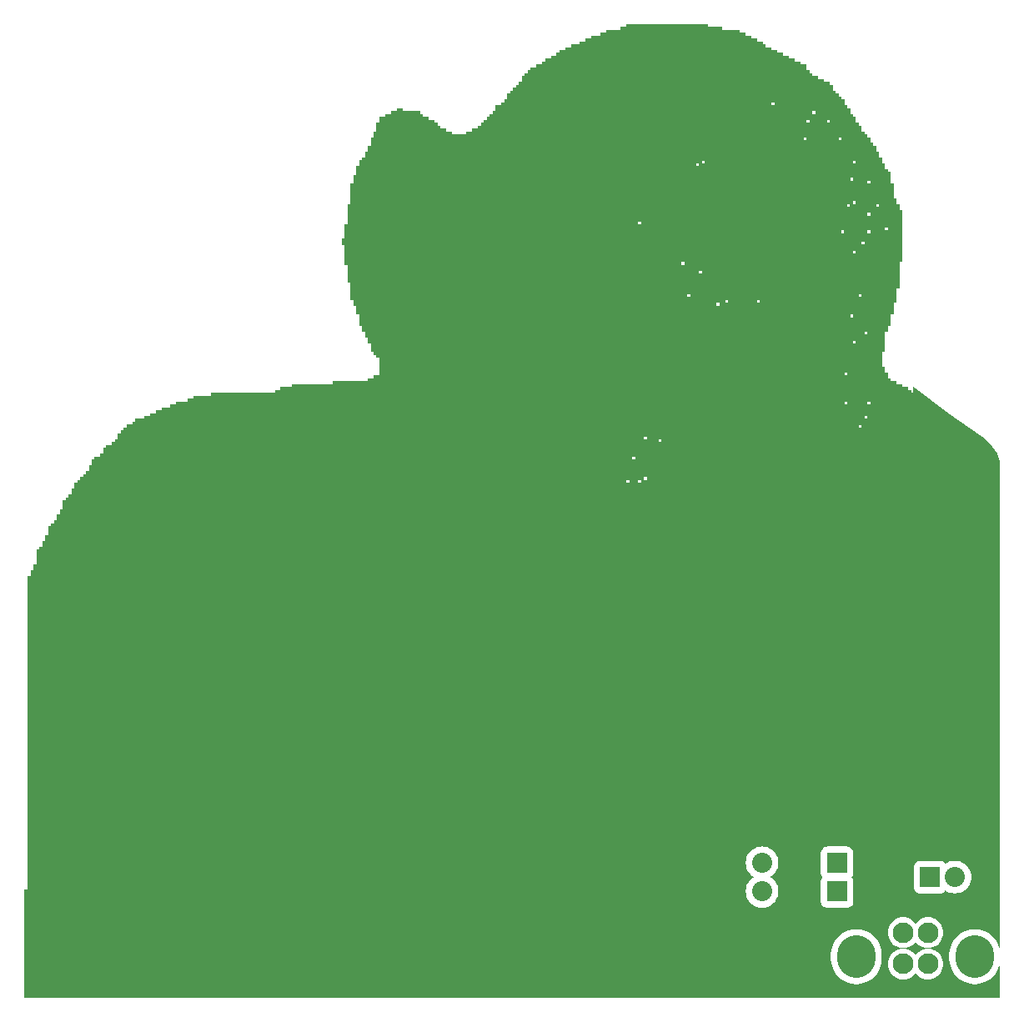
<source format=gtl>
G04 start of page 2 for group 3 layer_idx 0 *
G04 Title: (unknown), top_copper *
G04 Creator: pcb-rnd 3.1.5-dev *
G04 CreationDate: 2024-03-26 08:12:32 UTC *
G04 For: STEM4ukraine *
G04 Format: Gerber/RS-274X *
G04 PCB-Dimensions: 393701 393701 *
G04 PCB-Coordinate-Origin: lower left *
%MOIN*%
%FSLAX25Y25*%
%LNTOP_COPPER_NONE_3*%
%ADD17C,0.0394*%
%ADD16C,0.0374*%
%ADD15C,0.1220*%
%ADD14C,0.0800*%
%ADD13C,0.1535*%
%ADD12C,0.0827*%
%ADD11C,0.0001*%
G54D11*G36*
X372047Y235236D02*X384843Y226378D01*
X387795Y223425D01*
X390748Y219488D01*
X391732Y216535D01*
Y21752D01*
X391599Y22308D01*
X390986Y23788D01*
X390149Y25154D01*
X389108Y26372D01*
X387890Y27412D01*
X386524Y28249D01*
X385044Y28862D01*
X383487Y29236D01*
X381890Y29362D01*
X380293Y29236D01*
X378735Y28862D01*
X377255Y28249D01*
X375889Y27412D01*
X374671Y26372D01*
X373631Y25154D01*
X372794Y23788D01*
X372181Y22308D01*
X371807Y20751D01*
X371713Y19154D01*
Y17579D01*
X371807Y15982D01*
X372181Y14424D01*
X372794Y12944D01*
X373631Y11578D01*
X374671Y10360D01*
X375889Y9320D01*
X377255Y8483D01*
X378735Y7870D01*
X380293Y7496D01*
X381890Y7370D01*
X383487Y7496D01*
X385044Y7870D01*
X386524Y8483D01*
X387890Y9320D01*
X389108Y10360D01*
X390149Y11578D01*
X390986Y12944D01*
X391599Y14424D01*
X391732Y14981D01*
Y1969D01*
X358180D01*
Y11720D01*
X358189Y11731D01*
X358760Y11063D01*
X359494Y10436D01*
X360317Y9931D01*
X361209Y9562D01*
X362148Y9336D01*
X363110Y9261D01*
X364073Y9336D01*
X365012Y9562D01*
X365904Y9931D01*
X366727Y10436D01*
X367461Y11063D01*
X368088Y11797D01*
X368592Y12620D01*
X368962Y13512D01*
X369187Y14451D01*
X369244Y15413D01*
X369187Y16376D01*
X368962Y17315D01*
X368592Y18207D01*
X368088Y19030D01*
X367461Y19764D01*
X366727Y20391D01*
X365904Y20896D01*
X365012Y21265D01*
X364073Y21490D01*
X363110Y21566D01*
X362148Y21490D01*
X361209Y21265D01*
X360317Y20896D01*
X359494Y20391D01*
X358760Y19764D01*
X358189Y19096D01*
X358180Y19107D01*
Y24318D01*
X358189Y24329D01*
X358760Y23661D01*
X359494Y23034D01*
X360317Y22530D01*
X361209Y22160D01*
X362148Y21935D01*
X363110Y21859D01*
X364073Y21935D01*
X365012Y22160D01*
X365904Y22530D01*
X366727Y23034D01*
X367461Y23661D01*
X368088Y24395D01*
X368592Y25219D01*
X368962Y26110D01*
X369187Y27049D01*
X369244Y28012D01*
X369187Y28974D01*
X368962Y29913D01*
X368592Y30805D01*
X368088Y31628D01*
X367461Y32362D01*
X366727Y32990D01*
X365904Y33494D01*
X365012Y33863D01*
X364073Y34089D01*
X363110Y34165D01*
X362148Y34089D01*
X361209Y33863D01*
X360317Y33494D01*
X359494Y32990D01*
X358760Y32362D01*
X358189Y31694D01*
X358180Y31705D01*
Y44483D01*
X358227Y44428D01*
X358526Y44172D01*
X358862Y43966D01*
X359225Y43816D01*
X359608Y43724D01*
X360000Y43693D01*
X360098Y43701D01*
X367902D01*
X368000Y43693D01*
X368392Y43724D01*
X368392Y43724D01*
X368775Y43816D01*
X369138Y43966D01*
X369474Y44172D01*
X369773Y44428D01*
X370029Y44727D01*
X370157Y44935D01*
X370168Y44926D01*
X371040Y44391D01*
X371985Y44000D01*
X372980Y43761D01*
X374000Y43681D01*
X375020Y43761D01*
X376015Y44000D01*
X376960Y44391D01*
X377832Y44926D01*
X378610Y45590D01*
X379275Y46368D01*
X379809Y47241D01*
X380201Y48186D01*
X380440Y49181D01*
X380500Y50201D01*
X380440Y51221D01*
X380201Y52216D01*
X379809Y53161D01*
X379275Y54033D01*
X378610Y54811D01*
X377832Y55476D01*
X376960Y56010D01*
X376015Y56402D01*
X375020Y56641D01*
X374000Y56721D01*
X372980Y56641D01*
X371985Y56402D01*
X371040Y56010D01*
X370168Y55476D01*
X370157Y55466D01*
X370029Y55675D01*
X369773Y55974D01*
X369474Y56230D01*
X369138Y56435D01*
X368775Y56586D01*
X368392Y56678D01*
X368000Y56708D01*
X367902Y56701D01*
X360098D01*
X360000Y56708D01*
X359608Y56678D01*
X359608Y56678D01*
X359225Y56586D01*
X358862Y56435D01*
X358526Y56230D01*
X358227Y55974D01*
X358180Y55919D01*
Y245406D01*
X372047Y235236D01*
G37*
G36*
X334646Y210630D02*X357283D01*
Y246063D01*
X358180Y245406D01*
Y55919D01*
X357971Y55675D01*
X357766Y55339D01*
X357615Y54976D01*
X357523Y54593D01*
X357492Y54201D01*
X357500Y54103D01*
Y46299D01*
X357492Y46201D01*
X357523Y45809D01*
X357523Y45808D01*
X357615Y45426D01*
X357766Y45062D01*
X357971Y44727D01*
X358180Y44483D01*
Y31705D01*
X357618Y32362D01*
X356884Y32990D01*
X356061Y33494D01*
X355169Y33863D01*
X354230Y34089D01*
X353268Y34165D01*
X352305Y34089D01*
X351366Y33863D01*
X350474Y33494D01*
X349651Y32990D01*
X348917Y32362D01*
X348290Y31628D01*
X347786Y30805D01*
X347416Y29913D01*
X347191Y28974D01*
X347115Y28012D01*
X347191Y27049D01*
X347416Y26110D01*
X347786Y25219D01*
X348290Y24395D01*
X348917Y23661D01*
X349651Y23034D01*
X350474Y22530D01*
X351366Y22160D01*
X352305Y21935D01*
X353268Y21859D01*
X354230Y21935D01*
X355169Y22160D01*
X356061Y22530D01*
X356884Y23034D01*
X357618Y23661D01*
X358180Y24318D01*
Y19107D01*
X357618Y19764D01*
X356884Y20391D01*
X356061Y20896D01*
X355169Y21265D01*
X354230Y21490D01*
X353268Y21566D01*
X352305Y21490D01*
X351366Y21265D01*
X350474Y20896D01*
X349651Y20391D01*
X348917Y19764D01*
X348290Y19030D01*
X347786Y18207D01*
X347416Y17315D01*
X347191Y16376D01*
X347115Y15413D01*
X347191Y14451D01*
X347416Y13512D01*
X347786Y12620D01*
X348290Y11797D01*
X348917Y11063D01*
X349651Y10436D01*
X350474Y9931D01*
X351366Y9562D01*
X352305Y9336D01*
X353268Y9261D01*
X354230Y9336D01*
X355169Y9562D01*
X356061Y9931D01*
X356884Y10436D01*
X357618Y11063D01*
X358180Y11720D01*
Y1969D01*
X334488D01*
Y7370D01*
X336085Y7496D01*
X337643Y7870D01*
X339123Y8483D01*
X340489Y9320D01*
X341707Y10360D01*
X342747Y11578D01*
X343584Y12944D01*
X344197Y14424D01*
X344571Y15982D01*
X344665Y17579D01*
Y19154D01*
X344571Y20751D01*
X344197Y22308D01*
X343584Y23788D01*
X342747Y25154D01*
X341707Y26372D01*
X340489Y27412D01*
X339123Y28249D01*
X337643Y28862D01*
X336085Y29236D01*
X334488Y29362D01*
Y210447D01*
X334646Y210630D01*
G37*
G36*
X327270Y10360D02*X328488Y9320D01*
X329854Y8483D01*
X331334Y7870D01*
X332891Y7496D01*
X334488Y7370D01*
Y1969D01*
X326850D01*
Y10851D01*
X327270Y10360D01*
G37*
G36*
X334488Y210447D02*Y29362D01*
X332891Y29236D01*
X331334Y28862D01*
X329854Y28249D01*
X328488Y27412D01*
X327270Y26372D01*
X326850Y25881D01*
Y37988D01*
X330752D01*
X330850Y37980D01*
X331242Y38011D01*
X331243Y38011D01*
X331625Y38103D01*
X331989Y38254D01*
X332324Y38459D01*
X332624Y38715D01*
X332879Y39014D01*
X333085Y39350D01*
X333235Y39713D01*
X333327Y40096D01*
X333358Y40488D01*
X333350Y40586D01*
Y48390D01*
X333358Y48488D01*
X333327Y48880D01*
X333327Y48880D01*
X333235Y49263D01*
X333085Y49627D01*
X332879Y49962D01*
X332679Y50197D01*
X332879Y50432D01*
X333085Y50767D01*
X333235Y51131D01*
X333327Y51513D01*
X333358Y51906D01*
X333350Y52004D01*
Y59808D01*
X333358Y59906D01*
X333327Y60298D01*
X333327Y60298D01*
X333235Y60680D01*
X333085Y61044D01*
X332879Y61380D01*
X332624Y61679D01*
X332324Y61934D01*
X331989Y62140D01*
X331625Y62290D01*
X331243Y62382D01*
X330850Y62413D01*
X330752Y62406D01*
X326850D01*
Y201587D01*
X334488Y210447D01*
G37*
G36*
X326850Y201587D02*Y62406D01*
X322948D01*
X322850Y62413D01*
X322458Y62382D01*
X322458Y62382D01*
X322075Y62290D01*
X321712Y62140D01*
X321376Y61934D01*
X321077Y61679D01*
X320822Y61380D01*
X320616Y61044D01*
X320465Y60680D01*
X320374Y60298D01*
X320343Y59906D01*
X320350Y59808D01*
Y52003D01*
X320343Y51906D01*
X320374Y51513D01*
X320374Y51513D01*
X320465Y51131D01*
X320616Y50767D01*
X320822Y50432D01*
X321022Y50197D01*
X320822Y49962D01*
X320616Y49627D01*
X320465Y49263D01*
X320374Y48880D01*
X320343Y48488D01*
X320350Y48390D01*
Y40586D01*
X320343Y40488D01*
X320374Y40096D01*
X320374Y40096D01*
X320465Y39713D01*
X320616Y39350D01*
X320822Y39014D01*
X321077Y38715D01*
X321376Y38459D01*
X321712Y38254D01*
X322075Y38103D01*
X322458Y38011D01*
X322850Y37980D01*
X322948Y37988D01*
X326850D01*
Y25881D01*
X326229Y25154D01*
X325392Y23788D01*
X324779Y22308D01*
X324405Y20751D01*
X324311Y19154D01*
Y17579D01*
X324405Y15982D01*
X324779Y14424D01*
X325392Y12944D01*
X326229Y11578D01*
X326850Y10851D01*
Y1969D01*
X296840D01*
Y37969D01*
X296850Y37968D01*
X297870Y38048D01*
X298865Y38287D01*
X299810Y38679D01*
X300683Y39213D01*
X301461Y39878D01*
X302125Y40656D01*
X302660Y41528D01*
X303051Y42473D01*
X303290Y43468D01*
X303350Y44488D01*
X303290Y45508D01*
X303051Y46503D01*
X302660Y47448D01*
X302125Y48321D01*
X301461Y49099D01*
X300683Y49763D01*
X299975Y50197D01*
X300683Y50631D01*
X301461Y51295D01*
X302125Y52073D01*
X302660Y52945D01*
X303051Y53891D01*
X303290Y54886D01*
X303350Y55906D01*
X303290Y56925D01*
X303051Y57920D01*
X302660Y58866D01*
X302125Y59738D01*
X301461Y60516D01*
X300683Y61180D01*
X299810Y61715D01*
X298865Y62106D01*
X297870Y62345D01*
X296850Y62426D01*
X296840Y62425D01*
Y166776D01*
X326850Y201587D01*
G37*
G36*
X1969Y45276D02*X161417D01*
X208661Y92520D01*
Y55118D01*
X285433D01*
Y153543D01*
X296840Y166776D01*
Y62425D01*
X295830Y62345D01*
X294836Y62106D01*
X293890Y61715D01*
X293018Y61180D01*
X292240Y60516D01*
X291576Y59738D01*
X291041Y58866D01*
X290649Y57920D01*
X290411Y56925D01*
X290330Y55906D01*
X290411Y54886D01*
X290649Y53891D01*
X291041Y52945D01*
X291576Y52073D01*
X292240Y51295D01*
X293018Y50631D01*
X293726Y50197D01*
X293018Y49763D01*
X292240Y49099D01*
X291576Y48321D01*
X291041Y47448D01*
X290649Y46503D01*
X290411Y45508D01*
X290330Y44488D01*
X290411Y43468D01*
X290649Y42473D01*
X291041Y41528D01*
X291576Y40656D01*
X292240Y39878D01*
X293018Y39213D01*
X293890Y38679D01*
X294836Y38287D01*
X295830Y38048D01*
X296840Y37969D01*
Y1969D01*
X1969D01*
Y45276D01*
G37*
G36*
X275148Y391348D02*Y390148D01*
X242589D01*
Y391348D01*
X275148D01*
G37*
G36*
X280955Y390187D02*Y388986D01*
X240266D01*
Y390187D01*
X280955D01*
G37*
G36*
X292569Y386703D02*Y385502D01*
X228652D01*
Y386703D01*
X292569D01*
G37*
G36*
X287923Y389026D02*Y387825D01*
X234459D01*
Y389026D01*
X287923D01*
G37*
G36*
X290246Y387864D02*Y386663D01*
X232136D01*
Y387864D01*
X290246D01*
G37*
G36*
X294892Y385541D02*Y384341D01*
X226329D01*
Y385541D01*
X294892D01*
G37*
G36*
X297215Y384380D02*Y383179D01*
X224006D01*
Y384380D01*
X297215D01*
G37*
G36*
X298376Y383218D02*Y382018D01*
X220522D01*
Y383218D01*
X298376D01*
G37*
G36*
X300699Y382057D02*Y380856D01*
X218199D01*
Y382057D01*
X300699D01*
G37*
G36*
X303022Y380896D02*Y379695D01*
X215876D01*
Y380896D01*
X303022D01*
G37*
G36*
X305345Y379734D02*Y378533D01*
X214715D01*
Y379734D01*
X305345D01*
G37*
G36*
X307667Y378573D02*Y377372D01*
X212392D01*
Y378573D01*
X307667D01*
G37*
G36*
X309990Y377411D02*Y376211D01*
X210069D01*
Y377411D01*
X309990D01*
G37*
G36*
X312313Y376250D02*Y375049D01*
X208908D01*
Y376250D01*
X312313D01*
G37*
G36*
X314636Y375089D02*Y373888D01*
X206585D01*
Y375089D01*
X314636D01*
G37*
G36*
Y373927D02*Y372726D01*
X204262D01*
Y373927D01*
X314636D01*
G37*
G36*
X315797Y372766D02*Y371565D01*
X203100D01*
Y372766D01*
X315797D01*
G37*
G36*
X316959Y371604D02*Y370404D01*
X201939D01*
Y371604D01*
X316959D01*
G37*
G36*
X319282Y370443D02*Y369242D01*
X200778D01*
Y370443D01*
X319282D01*
G37*
G36*
X321604Y369282D02*Y368081D01*
X200778D01*
Y369282D01*
X321604D01*
G37*
G36*
X323927Y368120D02*Y366919D01*
X199616D01*
Y368120D01*
X323927D01*
G37*
G36*
X325089Y366959D02*Y365758D01*
X198455D01*
Y366959D01*
X325089D01*
G37*
G36*
Y365797D02*Y364596D01*
X197293D01*
Y365797D01*
X325089D01*
G37*
G36*
X326250Y364636D02*Y363435D01*
X196132D01*
Y364636D01*
X326250D01*
G37*
G36*
X327412Y363474D02*Y362274D01*
X194971D01*
Y363474D01*
X327412D01*
G37*
G36*
X328573Y362313D02*Y361112D01*
X194971D01*
Y362313D01*
X328573D01*
G37*
G36*
X329734Y361152D02*Y359951D01*
X193809D01*
Y361152D01*
X329734D01*
G37*
G36*
X300699Y359990D02*Y358789D01*
X192648D01*
Y359990D01*
X300699D01*
G37*
G36*
X329734D02*Y358789D01*
X301821D01*
Y359990D01*
X329734D01*
G37*
G36*
X330896Y358829D02*Y357628D01*
X190325D01*
Y358829D01*
X330896D01*
G37*
G36*
X332057Y357667D02*Y356467D01*
X190325D01*
Y357667D01*
X332057D01*
G37*
G36*
X316959Y356506D02*Y355305D01*
X189163D01*
Y356506D01*
X316959D01*
G37*
G36*
X333219Y355344D02*Y354144D01*
X188002D01*
Y355344D01*
X333219D01*
G37*
G36*
X332057Y356506D02*Y355305D01*
X318081D01*
Y356506D01*
X332057D01*
G37*
G36*
X334380Y354183D02*Y352982D01*
X186841D01*
Y354183D01*
X334380D01*
G37*
G36*
X314636Y353022D02*Y351821D01*
X185679D01*
Y353022D01*
X314636D01*
G37*
G36*
X322766D02*Y351821D01*
X315758D01*
Y353022D01*
X322766D01*
G37*
G36*
X334380D02*Y351821D01*
X323888D01*
Y353022D01*
X334380D01*
G37*
G36*
X335542Y351860D02*Y350659D01*
X184518D01*
Y351860D01*
X335542D01*
G37*
G36*
X336703Y350699D02*Y349498D01*
X183356D01*
Y350699D01*
X336703D01*
G37*
G36*
Y349537D02*Y348337D01*
X181034D01*
Y349537D01*
X336703D01*
G37*
G36*
X339026Y347215D02*Y346014D01*
X141545D01*
Y347215D01*
X339026D01*
G37*
G36*
X313475Y346053D02*Y344852D01*
X140384D01*
Y346053D01*
X313475D01*
G37*
G36*
X327412D02*Y344852D01*
X314597D01*
Y346053D01*
X327412D01*
G37*
G36*
X337864Y348376D02*Y347175D01*
X178711D01*
Y348376D01*
X337864D01*
G37*
G36*
X340187Y346053D02*Y344852D01*
X328534D01*
Y346053D01*
X340187D01*
G37*
G36*
Y344892D02*Y343691D01*
X140384D01*
Y344892D01*
X340187D01*
G37*
G36*
X341349Y343730D02*Y342530D01*
X140384D01*
Y343730D01*
X341349D01*
G37*
G36*
X342510Y342569D02*Y341368D01*
X139223D01*
Y342569D01*
X342510D01*
G37*
G36*
Y341407D02*Y340207D01*
X139223D01*
Y341407D01*
X342510D01*
G37*
G36*
X343671Y340246D02*Y339045D01*
X138061D01*
Y340246D01*
X343671D01*
G37*
G36*
Y339085D02*Y337884D01*
X138061D01*
Y339085D01*
X343671D01*
G37*
G36*
X272825Y336762D02*Y335561D01*
X135738D01*
Y336762D01*
X272825D01*
G37*
G36*
X270502Y335600D02*Y334400D01*
X135738D01*
Y335600D01*
X270502D01*
G37*
G36*
X345994D02*Y334400D01*
X271624D01*
Y335600D01*
X345994D01*
G37*
G36*
X344833Y337923D02*Y336722D01*
X136900D01*
Y337923D01*
X344833D01*
G37*
G36*
X333219Y336762D02*Y335561D01*
X273947D01*
Y336762D01*
X333219D01*
G37*
G36*
X344833D02*Y335561D01*
X334341D01*
Y336762D01*
X344833D01*
G37*
G36*
X345994Y334439D02*Y333238D01*
X134577D01*
Y334439D01*
X345994D01*
G37*
G36*
X347156Y333278D02*Y332077D01*
X134577D01*
Y333278D01*
X347156D01*
G37*
G36*
X348317Y332116D02*Y330915D01*
X134577D01*
Y332116D01*
X348317D01*
G37*
G36*
Y330955D02*Y329754D01*
X133415D01*
Y330955D01*
X348317D01*
G37*
G36*
X332057Y329793D02*Y328593D01*
X133415D01*
Y329793D01*
X332057D01*
G37*
G36*
X339026Y328632D02*Y327431D01*
X133415D01*
Y328632D01*
X339026D01*
G37*
G36*
X348317Y329793D02*Y328593D01*
X333179D01*
Y329793D01*
X348317D01*
G37*
G36*
Y328632D02*Y327431D01*
X340148D01*
Y328632D01*
X348317D01*
G37*
G36*
X349479Y327470D02*Y326270D01*
X132254D01*
Y327470D01*
X349479D01*
G37*
G36*
Y326309D02*Y325108D01*
X132254D01*
Y326309D01*
X349479D01*
G37*
G36*
Y325148D02*Y323947D01*
X132254D01*
Y325148D01*
X349479D01*
G37*
G36*
Y323986D02*Y322785D01*
X132254D01*
Y323986D01*
X349479D01*
G37*
G36*
Y322825D02*Y321624D01*
X132254D01*
Y322825D01*
X349479D01*
G37*
G36*
X350640Y321663D02*Y320463D01*
X132254D01*
Y321663D01*
X350640D01*
G37*
G36*
X333219Y320502D02*Y319301D01*
X132254D01*
Y320502D01*
X333219D01*
G37*
G36*
X330896Y319341D02*Y318140D01*
X131093D01*
Y319341D01*
X330896D01*
G37*
G36*
X351801Y318179D02*Y316978D01*
X131093D01*
Y318179D01*
X351801D01*
G37*
G36*
X350640Y320502D02*Y319301D01*
X334341D01*
Y320502D01*
X350640D01*
G37*
G36*
X342510Y319341D02*Y318140D01*
X332018D01*
Y319341D01*
X342510D01*
G37*
G36*
X351801D02*Y318140D01*
X343632D01*
Y319341D01*
X351801D01*
G37*
G36*
X352963Y317018D02*Y315817D01*
X131093D01*
Y317018D01*
X352963D01*
G37*
G36*
X339026Y315856D02*Y314655D01*
X131093D01*
Y315856D01*
X339026D01*
G37*
G36*
X352963D02*Y314655D01*
X340148D01*
Y315856D01*
X352963D01*
G37*
G36*
Y314695D02*Y313494D01*
X131093D01*
Y314695D01*
X352963D01*
G37*
G36*
X247274Y312372D02*Y311171D01*
X131093D01*
Y312372D01*
X247274D01*
G37*
G36*
X345994Y310049D02*Y308848D01*
X129931D01*
Y310049D01*
X345994D01*
G37*
G36*
X352963D02*Y308848D01*
X347116D01*
Y310049D01*
X352963D01*
G37*
G36*
Y313533D02*Y312333D01*
X131093D01*
Y313533D01*
X352963D01*
G37*
G36*
Y312372D02*Y311171D01*
X248396D01*
Y312372D01*
X352963D01*
G37*
G36*
Y311211D02*Y310010D01*
X129931D01*
Y311211D01*
X352963D01*
G37*
G36*
X328573Y308888D02*Y307687D01*
X129931D01*
Y308888D01*
X328573D01*
G37*
G36*
X339026D02*Y307687D01*
X329695D01*
Y308888D01*
X339026D01*
G37*
G36*
X352963D02*Y307687D01*
X340148D01*
Y308888D01*
X352963D01*
G37*
G36*
Y307726D02*Y306526D01*
X129931D01*
Y307726D01*
X352963D01*
G37*
G36*
Y306565D02*Y305364D01*
X129931D01*
Y306565D01*
X352963D01*
G37*
G36*
Y305404D02*Y304203D01*
X128770D01*
Y305404D01*
X352963D01*
G37*
G36*
X336703Y304242D02*Y303041D01*
X128770D01*
Y304242D01*
X336703D01*
G37*
G36*
X352963D02*Y303041D01*
X337825D01*
Y304242D01*
X352963D01*
G37*
G36*
Y303081D02*Y301880D01*
X129931D01*
Y303081D01*
X352963D01*
G37*
G36*
Y301919D02*Y300718D01*
X129931D01*
Y301919D01*
X352963D01*
G37*
G36*
X333219Y300758D02*Y299557D01*
X129931D01*
Y300758D01*
X333219D01*
G37*
G36*
X352963D02*Y299557D01*
X334341D01*
Y300758D01*
X352963D01*
G37*
G36*
Y299596D02*Y298396D01*
X129931D01*
Y299596D01*
X352963D01*
G37*
G36*
Y298435D02*Y297234D01*
X129931D01*
Y298435D01*
X352963D01*
G37*
G36*
X264695Y296112D02*Y294911D01*
X129931D01*
Y296112D01*
X264695D01*
G37*
G36*
X351801Y294951D02*Y293750D01*
X131093D01*
Y294951D01*
X351801D01*
G37*
G36*
X352963Y297274D02*Y296073D01*
X129931D01*
Y297274D01*
X352963D01*
G37*
G36*
X351801Y296112D02*Y294911D01*
X265817D01*
Y296112D01*
X351801D01*
G37*
G36*
Y293789D02*Y292589D01*
X131093D01*
Y293789D01*
X351801D01*
G37*
G36*
X271664Y292628D02*Y291427D01*
X131093D01*
Y292628D01*
X271664D01*
G37*
G36*
X351801D02*Y291427D01*
X272786D01*
Y292628D01*
X351801D01*
G37*
G36*
Y291467D02*Y290266D01*
X131093D01*
Y291467D01*
X351801D01*
G37*
G36*
Y290305D02*Y289104D01*
X131093D01*
Y290305D01*
X351801D01*
G37*
G36*
Y289144D02*Y287943D01*
X131093D01*
Y289144D01*
X351801D01*
G37*
G36*
Y287982D02*Y286781D01*
X132254D01*
Y287982D01*
X351801D01*
G37*
G36*
X350640Y285659D02*Y284459D01*
X132254D01*
Y285659D01*
X350640D01*
G37*
G36*
X267018Y283337D02*Y282136D01*
X132254D01*
Y283337D01*
X267018D01*
G37*
G36*
X351801Y286821D02*Y285620D01*
X132254D01*
Y286821D01*
X351801D01*
G37*
G36*
X350640Y284498D02*Y283297D01*
X132254D01*
Y284498D01*
X350640D01*
G37*
G36*
X335542Y283337D02*Y282136D01*
X268140D01*
Y283337D01*
X335542D01*
G37*
G36*
X350640D02*Y282136D01*
X336664D01*
Y283337D01*
X350640D01*
G37*
G36*
Y282175D02*Y280974D01*
X132254D01*
Y282175D01*
X350640D01*
G37*
G36*
X282116Y281014D02*Y279813D01*
X133415D01*
Y281014D01*
X282116D01*
G37*
G36*
X278632Y279852D02*Y278651D01*
X133415D01*
Y279852D01*
X278632D01*
G37*
G36*
X349479Y278691D02*Y277490D01*
X134577D01*
Y278691D01*
X349479D01*
G37*
G36*
Y277529D02*Y276329D01*
X134577D01*
Y277529D01*
X349479D01*
G37*
G36*
Y276368D02*Y275167D01*
X134577D01*
Y276368D01*
X349479D01*
G37*
G36*
X332057Y275207D02*Y274006D01*
X135738D01*
Y275207D01*
X332057D01*
G37*
G36*
X348317D02*Y274006D01*
X333179D01*
Y275207D01*
X348317D01*
G37*
G36*
Y274045D02*Y272844D01*
X135738D01*
Y274045D01*
X348317D01*
G37*
G36*
Y272884D02*Y271683D01*
X135738D01*
Y272884D01*
X348317D01*
G37*
G36*
Y271722D02*Y270522D01*
X135738D01*
Y271722D01*
X348317D01*
G37*
G36*
X347156Y270561D02*Y269360D01*
X136900D01*
Y270561D01*
X347156D01*
G37*
G36*
X337864Y268238D02*Y267037D01*
X138061D01*
Y268238D01*
X337864D01*
G37*
G36*
X345994Y267077D02*Y265876D01*
X138061D01*
Y267077D01*
X345994D01*
G37*
G36*
X347156Y269400D02*Y268199D01*
X136900D01*
Y269400D01*
X347156D01*
G37*
G36*
X345994Y268238D02*Y267037D01*
X338986D01*
Y268238D01*
X345994D01*
G37*
G36*
Y265915D02*Y264714D01*
X139223D01*
Y265915D01*
X345994D01*
G37*
G36*
X333219Y264754D02*Y263553D01*
X139223D01*
Y264754D01*
X333219D01*
G37*
G36*
X345994D02*Y263553D01*
X334341D01*
Y264754D01*
X345994D01*
G37*
G36*
Y263592D02*Y262392D01*
X140384D01*
Y263592D01*
X345994D01*
G37*
G36*
Y262431D02*Y261230D01*
X140384D01*
Y262431D01*
X345994D01*
G37*
G36*
Y261270D02*Y260069D01*
X140384D01*
Y261270D01*
X345994D01*
G37*
G36*
X344833Y260108D02*Y258907D01*
X141545D01*
Y260108D01*
X344833D01*
G37*
G36*
Y258947D02*Y257746D01*
X142707D01*
Y258947D01*
X344833D01*
G37*
G36*
Y257785D02*Y256585D01*
X143868D01*
Y257785D01*
X344833D01*
G37*
G36*
Y256624D02*Y255423D01*
X143868D01*
Y256624D01*
X344833D01*
G37*
G36*
Y255462D02*Y254262D01*
X143868D01*
Y255462D01*
X344833D01*
G37*
G36*
X345994Y254301D02*Y253100D01*
X143868D01*
Y254301D01*
X345994D01*
G37*
G36*
Y253140D02*Y251939D01*
X143868D01*
Y253140D01*
X345994D01*
G37*
G36*
X329734Y251978D02*Y250777D01*
X143868D01*
Y251978D01*
X329734D01*
G37*
G36*
X347156D02*Y250777D01*
X330856D01*
Y251978D01*
X347156D01*
G37*
G36*
Y250817D02*Y249616D01*
X141545D01*
Y250817D01*
X347156D01*
G37*
G36*
X348317Y249655D02*Y248455D01*
X139223D01*
Y249655D01*
X348317D01*
G37*
G36*
X350640Y248494D02*Y247293D01*
X125285D01*
Y248494D01*
X350640D01*
G37*
G36*
X352963Y247333D02*Y246132D01*
X109026D01*
Y247333D01*
X352963D01*
G37*
G36*
X355286Y246171D02*Y244970D01*
X104380D01*
Y246171D01*
X355286D01*
G37*
G36*
X356447Y245010D02*Y243809D01*
X102057D01*
Y245010D01*
X356447D01*
G37*
G36*
X358770Y243848D02*Y242648D01*
X76506D01*
Y243848D01*
X358770D01*
G37*
G36*
X361093Y242687D02*Y241486D01*
X69537D01*
Y242687D01*
X361093D01*
G37*
G36*
Y241525D02*Y240325D01*
X67215D01*
Y241525D01*
X361093D01*
G37*
G36*
X329734Y240364D02*Y239163D01*
X62569D01*
Y240364D01*
X329734D01*
G37*
G36*
X361093Y236880D02*Y235679D01*
X54439D01*
Y236880D01*
X361093D01*
G37*
G36*
X337864Y234557D02*Y233356D01*
X49793D01*
Y234557D01*
X337864D01*
G37*
G36*
X361093D02*Y233356D01*
X338986D01*
Y234557D01*
X361093D01*
G37*
G36*
Y239203D02*Y238002D01*
X60246D01*
Y239203D01*
X361093D01*
G37*
G36*
Y238041D02*Y236840D01*
X56762D01*
Y238041D01*
X361093D01*
G37*
G36*
Y235718D02*Y234518D01*
X52116D01*
Y235718D01*
X361093D01*
G37*
G36*
Y233396D02*Y232195D01*
X46309D01*
Y233396D01*
X361093D01*
G37*
G36*
Y232234D02*Y231033D01*
X45148D01*
Y232234D01*
X361093D01*
G37*
G36*
X335542Y231073D02*Y229872D01*
X42825D01*
Y231073D01*
X335542D01*
G37*
G36*
X361093Y228750D02*Y227549D01*
X40502D01*
Y228750D01*
X361093D01*
G37*
G36*
Y227588D02*Y226388D01*
X39341D01*
Y227588D01*
X361093D01*
G37*
G36*
X249597Y226427D02*Y225226D01*
X39341D01*
Y226427D01*
X249597D01*
G37*
G36*
X255404Y225266D02*Y224065D01*
X38179D01*
Y225266D01*
X255404D01*
G37*
G36*
X361093D02*Y224065D01*
X256526D01*
Y225266D01*
X361093D01*
G37*
G36*
Y229911D02*Y228711D01*
X41663D01*
Y229911D01*
X361093D01*
G37*
G36*
Y226427D02*Y225226D01*
X250719D01*
Y226427D01*
X361093D01*
G37*
G36*
Y224104D02*Y222903D01*
X37018D01*
Y224104D01*
X361093D01*
G37*
G36*
Y222943D02*Y221742D01*
X34695D01*
Y222943D01*
X361093D01*
G37*
G36*
Y221781D02*Y220581D01*
X33534D01*
Y221781D01*
X361093D01*
G37*
G36*
Y219459D02*Y218258D01*
X32372D01*
Y219459D01*
X361093D01*
G37*
G36*
X244951Y218297D02*Y217096D01*
X30049D01*
Y218297D01*
X244951D01*
G37*
G36*
X361093Y217136D02*Y215935D01*
X28888D01*
Y217136D01*
X361093D01*
G37*
G36*
Y220620D02*Y219419D01*
X33534D01*
Y220620D01*
X361093D01*
G37*
G36*
Y218297D02*Y217096D01*
X246073D01*
Y218297D01*
X361093D01*
G37*
G36*
Y215974D02*Y214773D01*
X28888D01*
Y215974D01*
X361093D01*
G37*
G36*
Y214813D02*Y213612D01*
X27726D01*
Y214813D01*
X361093D01*
G37*
G36*
Y213651D02*Y212451D01*
X27726D01*
Y213651D01*
X361093D01*
G37*
G36*
Y212490D02*Y211289D01*
X26565D01*
Y212490D01*
X361093D01*
G37*
G36*
Y211329D02*Y210128D01*
X25404D01*
Y211329D01*
X361093D01*
G37*
G36*
X249597Y210167D02*Y208966D01*
X24242D01*
Y210167D01*
X249597D01*
G37*
G36*
X242628Y209006D02*Y207805D01*
X23081D01*
Y209006D01*
X242628D01*
G37*
G36*
X247274D02*Y207805D01*
X243750D01*
Y209006D01*
X247274D01*
G37*
G36*
X361093Y210167D02*Y208966D01*
X250719D01*
Y210167D01*
X361093D01*
G37*
G36*
Y209006D02*Y207805D01*
X248396D01*
Y209006D01*
X361093D01*
G37*
G36*
Y207844D02*Y206644D01*
X21919D01*
Y207844D01*
X361093D01*
G37*
G36*
Y206683D02*Y205482D01*
X21919D01*
Y206683D01*
X361093D01*
G37*
G36*
Y205522D02*Y204321D01*
X20758D01*
Y205522D01*
X361093D01*
G37*
G36*
Y204360D02*Y203159D01*
X20758D01*
Y204360D01*
X361093D01*
G37*
G36*
Y203199D02*Y201998D01*
X19597D01*
Y203199D01*
X361093D01*
G37*
G36*
X333219Y199714D02*Y198514D01*
X17274D01*
Y199714D01*
X333219D01*
G37*
G36*
Y198553D02*Y197352D01*
X17274D01*
Y198553D01*
X333219D01*
G37*
G36*
Y197392D02*Y196191D01*
X16112D01*
Y197392D01*
X333219D01*
G37*
G36*
Y196230D02*Y195029D01*
X16112D01*
Y196230D01*
X333219D01*
G37*
G36*
Y195069D02*Y193868D01*
X14951D01*
Y195069D01*
X333219D01*
G37*
G36*
X361093Y202037D02*Y200836D01*
X18435D01*
Y202037D01*
X361093D01*
G37*
G36*
Y200876D02*Y199675D01*
X17274D01*
Y200876D01*
X361093D01*
G37*
G36*
X333219Y193907D02*Y192707D01*
X14951D01*
Y193907D01*
X333219D01*
G37*
G36*
Y192746D02*Y191545D01*
X13789D01*
Y192746D01*
X333219D01*
G37*
G36*
Y191585D02*Y190384D01*
X12628D01*
Y191585D01*
X333219D01*
G37*
G36*
Y190423D02*Y189222D01*
X11467D01*
Y190423D01*
X333219D01*
G37*
G36*
Y189262D02*Y188061D01*
X11467D01*
Y189262D01*
X333219D01*
G37*
G36*
Y186939D02*Y185738D01*
X10305D01*
Y186939D01*
X333219D01*
G37*
G36*
Y188100D02*Y186899D01*
X11467D01*
Y188100D01*
X333219D01*
G37*
G36*
Y185777D02*Y184577D01*
X10305D01*
Y185777D01*
X333219D01*
G37*
G36*
Y184616D02*Y183415D01*
X9144D01*
Y184616D01*
X333219D01*
G37*
G36*
Y183455D02*Y182254D01*
X9144D01*
Y183455D01*
X333219D01*
G37*
G36*
Y182293D02*Y181092D01*
X7982D01*
Y182293D01*
X333219D01*
G37*
G36*
Y181132D02*Y179931D01*
X6821D01*
Y181132D01*
X333219D01*
G37*
G36*
Y179970D02*Y178770D01*
X6821D01*
Y179970D01*
X333219D01*
G37*
G36*
Y178809D02*Y177608D01*
X6821D01*
Y178809D01*
X333219D01*
G37*
G36*
Y177647D02*Y176447D01*
X6821D01*
Y177647D01*
X333219D01*
G37*
G36*
Y175325D02*Y174124D01*
X5659D01*
Y175325D01*
X333219D01*
G37*
G36*
Y176486D02*Y175285D01*
X6821D01*
Y176486D01*
X333219D01*
G37*
G36*
Y174163D02*Y172962D01*
X5659D01*
Y174163D01*
X333219D01*
G37*
G36*
Y173002D02*Y171801D01*
X4498D01*
Y173002D01*
X333219D01*
G37*
G36*
X308829Y171840D02*Y170640D01*
X4498D01*
Y171840D01*
X308829D01*
G37*
G36*
Y170679D02*Y169478D01*
X3337D01*
Y170679D01*
X308829D01*
G37*
G36*
Y169518D02*Y168317D01*
X3337D01*
Y169518D01*
X308829D01*
G37*
G36*
Y168356D02*Y167155D01*
X3337D01*
Y168356D01*
X308829D01*
G37*
G36*
Y167195D02*Y165994D01*
X3337D01*
Y167195D01*
X308829D01*
G37*
G36*
Y166033D02*Y164833D01*
X3337D01*
Y166033D01*
X308829D01*
G37*
G36*
Y164872D02*Y163671D01*
X3337D01*
Y164872D01*
X308829D01*
G37*
G36*
Y163710D02*Y162510D01*
X3337D01*
Y163710D01*
X308829D01*
G37*
G36*
Y162549D02*Y161348D01*
X3337D01*
Y162549D01*
X308829D01*
G37*
G36*
Y161388D02*Y160187D01*
X3337D01*
Y161388D01*
X308829D01*
G37*
G36*
Y160226D02*Y159025D01*
X3337D01*
Y160226D01*
X308829D01*
G37*
G36*
Y159065D02*Y157864D01*
X3337D01*
Y159065D01*
X308829D01*
G37*
G36*
Y157903D02*Y156703D01*
X3337D01*
Y157903D01*
X308829D01*
G37*
G36*
Y156742D02*Y155541D01*
X3337D01*
Y156742D01*
X308829D01*
G37*
G36*
Y155581D02*Y154380D01*
X3337D01*
Y155581D01*
X308829D01*
G37*
G36*
Y154419D02*Y153218D01*
X3337D01*
Y154419D01*
X308829D01*
G37*
G36*
Y153258D02*Y152057D01*
X3337D01*
Y153258D01*
X308829D01*
G37*
G36*
Y152096D02*Y150896D01*
X3337D01*
Y152096D01*
X308829D01*
G37*
G36*
Y150935D02*Y149734D01*
X3337D01*
Y150935D01*
X308829D01*
G37*
G36*
Y149773D02*Y148573D01*
X3337D01*
Y149773D01*
X308829D01*
G37*
G36*
X289085Y148612D02*Y147411D01*
X3337D01*
Y148612D01*
X289085D01*
G37*
G36*
Y147451D02*Y146250D01*
X3337D01*
Y147451D01*
X289085D01*
G37*
G36*
Y146289D02*Y145088D01*
X3337D01*
Y146289D01*
X289085D01*
G37*
G36*
Y145128D02*Y143927D01*
X3337D01*
Y145128D01*
X289085D01*
G37*
G36*
Y143966D02*Y142766D01*
X3337D01*
Y143966D01*
X289085D01*
G37*
G36*
Y142805D02*Y141604D01*
X3337D01*
Y142805D01*
X289085D01*
G37*
G36*
Y141644D02*Y140443D01*
X3337D01*
Y141644D01*
X289085D01*
G37*
G36*
Y140482D02*Y139281D01*
X3337D01*
Y140482D01*
X289085D01*
G37*
G36*
Y139321D02*Y138120D01*
X3337D01*
Y139321D01*
X289085D01*
G37*
G36*
Y138159D02*Y136958D01*
X3337D01*
Y138159D01*
X289085D01*
G37*
G36*
Y136998D02*Y135797D01*
X3337D01*
Y136998D01*
X289085D01*
G37*
G36*
Y135836D02*Y134636D01*
X3337D01*
Y135836D01*
X289085D01*
G37*
G36*
Y134675D02*Y133474D01*
X3337D01*
Y134675D01*
X289085D01*
G37*
G36*
Y133514D02*Y132313D01*
X3337D01*
Y133514D01*
X289085D01*
G37*
G36*
Y132352D02*Y131151D01*
X3337D01*
Y132352D01*
X289085D01*
G37*
G36*
Y131191D02*Y129990D01*
X3337D01*
Y131191D01*
X289085D01*
G37*
G36*
Y130029D02*Y128829D01*
X3337D01*
Y130029D01*
X289085D01*
G37*
G36*
Y128868D02*Y127667D01*
X3337D01*
Y128868D01*
X289085D01*
G37*
G36*
Y127707D02*Y126506D01*
X3337D01*
Y127707D01*
X289085D01*
G37*
G36*
Y126545D02*Y125344D01*
X3337D01*
Y126545D01*
X289085D01*
G37*
G36*
Y125384D02*Y124183D01*
X3337D01*
Y125384D01*
X289085D01*
G37*
G36*
Y124222D02*Y123021D01*
X3337D01*
Y124222D01*
X289085D01*
G37*
G36*
Y123061D02*Y121860D01*
X3337D01*
Y123061D01*
X289085D01*
G37*
G36*
Y121899D02*Y120699D01*
X3337D01*
Y121899D01*
X289085D01*
G37*
G36*
Y120738D02*Y119537D01*
X3337D01*
Y120738D01*
X289085D01*
G37*
G36*
Y119577D02*Y118376D01*
X3337D01*
Y119577D01*
X289085D01*
G37*
G36*
Y118415D02*Y117214D01*
X3337D01*
Y118415D01*
X289085D01*
G37*
G36*
Y117254D02*Y116053D01*
X3337D01*
Y117254D01*
X289085D01*
G37*
G36*
Y116092D02*Y114892D01*
X3337D01*
Y116092D01*
X289085D01*
G37*
G36*
Y114931D02*Y113730D01*
X3337D01*
Y114931D01*
X289085D01*
G37*
G36*
Y113770D02*Y112569D01*
X3337D01*
Y113770D01*
X289085D01*
G37*
G36*
Y112608D02*Y111407D01*
X3337D01*
Y112608D01*
X289085D01*
G37*
G36*
Y111447D02*Y110246D01*
X3337D01*
Y111447D01*
X289085D01*
G37*
G36*
Y110285D02*Y109084D01*
X3337D01*
Y110285D01*
X289085D01*
G37*
G36*
Y109124D02*Y107923D01*
X3337D01*
Y109124D01*
X289085D01*
G37*
G36*
Y107962D02*Y106762D01*
X3337D01*
Y107962D01*
X289085D01*
G37*
G36*
Y106801D02*Y105600D01*
X3337D01*
Y106801D01*
X289085D01*
G37*
G36*
Y105640D02*Y104439D01*
X3337D01*
Y105640D01*
X289085D01*
G37*
G36*
Y104478D02*Y103277D01*
X3337D01*
Y104478D01*
X289085D01*
G37*
G36*
Y103317D02*Y102116D01*
X3337D01*
Y103317D01*
X289085D01*
G37*
G36*
Y102155D02*Y100955D01*
X3337D01*
Y102155D01*
X289085D01*
G37*
G36*
Y100994D02*Y99793D01*
X3337D01*
Y100994D01*
X289085D01*
G37*
G36*
Y99832D02*Y98632D01*
X3337D01*
Y99832D01*
X289085D01*
G37*
G36*
Y98671D02*Y97470D01*
X3337D01*
Y98671D01*
X289085D01*
G37*
G36*
Y97510D02*Y96309D01*
X3337D01*
Y97510D01*
X289085D01*
G37*
G36*
Y96348D02*Y95147D01*
X3337D01*
Y96348D01*
X289085D01*
G37*
G36*
Y95187D02*Y93986D01*
X3337D01*
Y95187D01*
X289085D01*
G37*
G36*
Y94025D02*Y92825D01*
X3337D01*
Y94025D01*
X289085D01*
G37*
G36*
Y92864D02*Y91663D01*
X3337D01*
Y92864D01*
X289085D01*
G37*
G36*
Y91703D02*Y90502D01*
X3337D01*
Y91703D01*
X289085D01*
G37*
G36*
Y90541D02*Y89340D01*
X3337D01*
Y90541D01*
X289085D01*
G37*
G36*
Y89380D02*Y88179D01*
X3337D01*
Y89380D01*
X289085D01*
G37*
G36*
Y88218D02*Y87018D01*
X3337D01*
Y88218D01*
X289085D01*
G37*
G36*
Y87057D02*Y85856D01*
X3337D01*
Y87057D01*
X289085D01*
G37*
G36*
Y85895D02*Y84695D01*
X3337D01*
Y85895D01*
X289085D01*
G37*
G36*
Y84734D02*Y83533D01*
X3337D01*
Y84734D01*
X289085D01*
G37*
G36*
Y83573D02*Y82372D01*
X3337D01*
Y83573D01*
X289085D01*
G37*
G36*
Y82411D02*Y81210D01*
X3337D01*
Y82411D01*
X289085D01*
G37*
G36*
Y81250D02*Y80049D01*
X3337D01*
Y81250D01*
X289085D01*
G37*
G36*
Y80088D02*Y78888D01*
X3337D01*
Y80088D01*
X289085D01*
G37*
G36*
Y78927D02*Y77726D01*
X3337D01*
Y78927D01*
X289085D01*
G37*
G36*
Y77766D02*Y76565D01*
X3337D01*
Y77766D01*
X289085D01*
G37*
G36*
X196171Y76604D02*Y75403D01*
X3337D01*
Y76604D01*
X196171D01*
G37*
G36*
X289085D02*Y75403D01*
X205423D01*
Y76604D01*
X289085D01*
G37*
G36*
Y75443D02*Y74242D01*
X205423D01*
Y75443D01*
X289085D01*
G37*
G36*
Y74281D02*Y73081D01*
X205423D01*
Y74281D01*
X289085D01*
G37*
G36*
Y73120D02*Y71919D01*
X205423D01*
Y73120D01*
X289085D01*
G37*
G36*
Y71958D02*Y70758D01*
X205423D01*
Y71958D01*
X289085D01*
G37*
G36*
Y70797D02*Y69596D01*
X205423D01*
Y70797D01*
X289085D01*
G37*
G36*
Y69636D02*Y68435D01*
X205423D01*
Y69636D01*
X289085D01*
G37*
G36*
Y68474D02*Y67273D01*
X205423D01*
Y68474D01*
X289085D01*
G37*
G36*
Y67313D02*Y66112D01*
X205423D01*
Y67313D01*
X289085D01*
G37*
G36*
Y66151D02*Y64951D01*
X205423D01*
Y66151D01*
X289085D01*
G37*
G36*
Y64990D02*Y63789D01*
X205423D01*
Y64990D01*
X289085D01*
G37*
G36*
Y63829D02*Y62628D01*
X205423D01*
Y63829D01*
X289085D01*
G37*
G36*
Y62667D02*Y61466D01*
X205423D01*
Y62667D01*
X289085D01*
G37*
G36*
Y61506D02*Y60305D01*
X205423D01*
Y61506D01*
X289085D01*
G37*
G36*
Y60344D02*Y59143D01*
X205423D01*
Y60344D01*
X289085D01*
G37*
G36*
Y59183D02*Y57982D01*
X205423D01*
Y59183D01*
X289085D01*
G37*
G36*
Y58021D02*Y56821D01*
X205423D01*
Y58021D01*
X289085D01*
G37*
G36*
Y56860D02*Y55659D01*
X205423D01*
Y56860D01*
X289085D01*
G37*
G36*
Y55699D02*Y54498D01*
X205423D01*
Y55699D01*
X289085D01*
G37*
G36*
Y54537D02*Y53336D01*
X205423D01*
Y54537D01*
X289085D01*
G37*
G36*
Y53376D02*Y52175D01*
X205423D01*
Y53376D01*
X289085D01*
G37*
G36*
Y52214D02*Y51014D01*
X205423D01*
Y52214D01*
X289085D01*
G37*
G36*
X196171Y75443D02*Y74242D01*
X3337D01*
Y75443D01*
X196171D01*
G37*
G36*
Y74281D02*Y73081D01*
X3337D01*
Y74281D01*
X196171D01*
G37*
G36*
X190364Y69636D02*Y68435D01*
X3337D01*
Y69636D01*
X190364D01*
G37*
G36*
Y68474D02*Y67273D01*
X3337D01*
Y68474D01*
X190364D01*
G37*
G36*
X196171Y73120D02*Y71919D01*
X3337D01*
Y73120D01*
X196171D01*
G37*
G36*
Y71958D02*Y70758D01*
X3337D01*
Y71958D01*
X196171D01*
G37*
G36*
Y70797D02*Y69596D01*
X3337D01*
Y70797D01*
X196171D01*
G37*
G36*
X190364Y67313D02*Y66112D01*
X3337D01*
Y67313D01*
X190364D01*
G37*
G36*
Y66151D02*Y64951D01*
X3337D01*
Y66151D01*
X190364D01*
G37*
G36*
Y64990D02*Y63789D01*
X3337D01*
Y64990D01*
X190364D01*
G37*
G36*
Y63829D02*Y62628D01*
X3337D01*
Y63829D01*
X190364D01*
G37*
G36*
X182234Y60344D02*Y59143D01*
X3337D01*
Y60344D01*
X182234D01*
G37*
G36*
Y59183D02*Y57982D01*
X3337D01*
Y59183D01*
X182234D01*
G37*
G36*
Y58021D02*Y56821D01*
X3337D01*
Y58021D01*
X182234D01*
G37*
G36*
Y56860D02*Y55659D01*
X3337D01*
Y56860D01*
X182234D01*
G37*
G36*
X190364Y62667D02*Y61466D01*
X3337D01*
Y62667D01*
X190364D01*
G37*
G36*
Y61506D02*Y60305D01*
X3337D01*
Y61506D01*
X190364D01*
G37*
G36*
X182234Y55699D02*Y54498D01*
X3337D01*
Y55699D01*
X182234D01*
G37*
G36*
Y54537D02*Y53336D01*
X3337D01*
Y54537D01*
X182234D01*
G37*
G36*
Y53376D02*Y52175D01*
X3337D01*
Y53376D01*
X182234D01*
G37*
G36*
X171782Y51053D02*Y49852D01*
X3337D01*
Y51053D01*
X171782D01*
G37*
G36*
Y49892D02*Y48691D01*
X3337D01*
Y49892D01*
X171782D01*
G37*
G36*
Y48730D02*Y47529D01*
X3337D01*
Y48730D01*
X171782D01*
G37*
G36*
Y47569D02*Y46368D01*
X3337D01*
Y47569D01*
X171782D01*
G37*
G36*
Y46407D02*Y45206D01*
X3337D01*
Y46407D01*
X171782D01*
G37*
G36*
Y45246D02*Y44045D01*
X3337D01*
Y45246D01*
X171782D01*
G37*
G36*
X182234Y52214D02*Y51014D01*
X3337D01*
Y52214D01*
X182234D01*
G37*
G36*
X171782Y44084D02*Y42884D01*
X3337D01*
Y44084D01*
X171782D01*
G37*
G36*
Y42923D02*Y41722D01*
X3337D01*
Y42923D01*
X171782D01*
G37*
G36*
Y41762D02*Y40561D01*
X3337D01*
Y41762D01*
X171782D01*
G37*
G36*
Y40600D02*Y39399D01*
X3337D01*
Y40600D01*
X171782D01*
G37*
G36*
X361093Y231073D02*Y229872D01*
X336664D01*
Y231073D01*
X361093D01*
G37*
G36*
X339026Y240364D02*Y239163D01*
X330856D01*
Y240364D01*
X339026D01*
G37*
G36*
X361093D02*Y239163D01*
X340148D01*
Y240364D01*
X361093D01*
G37*
G36*
X294892Y281014D02*Y279813D01*
X283238D01*
Y281014D01*
X294892D01*
G37*
G36*
X350640D02*Y279813D01*
X296014D01*
Y281014D01*
X350640D01*
G37*
G36*
X349479Y279852D02*Y278651D01*
X279754D01*
Y279852D01*
X349479D01*
G37*
G36*
X153199Y357667D02*Y356467D01*
X150837D01*
Y357667D01*
X153199D01*
G37*
G36*
X160167Y356506D02*Y355305D01*
X148514D01*
Y356506D01*
X160167D01*
G37*
G36*
X161329Y355344D02*Y354144D01*
X146191D01*
Y355344D01*
X161329D01*
G37*
G36*
X163652Y354183D02*Y352982D01*
X143868D01*
Y354183D01*
X163652D01*
G37*
G36*
X165974Y353022D02*Y351821D01*
X143868D01*
Y353022D01*
X165974D01*
G37*
G36*
X167136Y351860D02*Y350659D01*
X142707D01*
Y351860D01*
X167136D01*
G37*
G36*
X168297Y350699D02*Y349498D01*
X142707D01*
Y350699D01*
X168297D01*
G37*
G36*
X170620Y349537D02*Y348337D01*
X142707D01*
Y349537D01*
X170620D01*
G37*
G36*
X172943Y348376D02*Y347175D01*
X141545D01*
Y348376D01*
X172943D01*
G37*
G54D12*X353268Y28012D03*
Y15413D03*
G54D13*X334488Y19154D02*Y17579D01*
X381890Y19154D02*Y17579D01*
G54D12*X363110Y15413D03*
Y28012D03*
G54D11*G36*
X368000Y54201D02*Y46201D01*
X360000D01*
Y54201D01*
X368000D01*
G37*
G54D14*X374000Y50201D03*
G54D11*G36*
X330850Y51906D02*X322850D01*
Y59906D01*
X330850D01*
Y51906D01*
G37*
G54D14*X296850Y55906D03*
G54D11*G36*
X330850Y40488D02*X322850D01*
Y48488D01*
X330850D01*
Y40488D01*
G37*
G54D14*X296850Y44488D03*
G54D15*G54D16*G54D17*M02*

</source>
